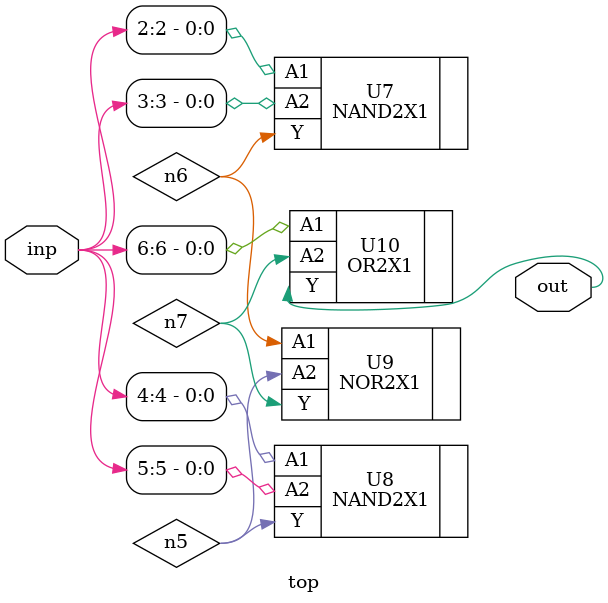
<source format=sv>


module top ( inp, out );
  input [6:0] inp;
  output out;
  wire   n5, n6, n7;

  NAND2X1 U7 ( .A1(inp[2]), .A2(inp[3]), .Y(n6) );
  NAND2X1 U8 ( .A1(inp[4]), .A2(inp[5]), .Y(n5) );
  NOR2X1 U9 ( .A1(n6), .A2(n5), .Y(n7) );
  OR2X1 U10 ( .A1(inp[6]), .A2(n7), .Y(out) );
endmodule


</source>
